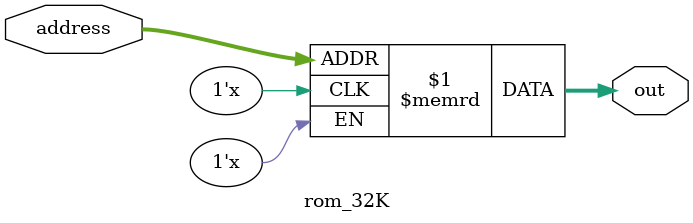
<source format=sv>
`define rom_32K 1

module rom_32K(
    input  [14:0]  address,
    output [15:0] out
);
  /* verilator lint_off UNDRIVEN */
  reg[15:0] memory[0:2**15-1] /*verilator public*/;
  assign out = memory[address];  
endmodule

</source>
